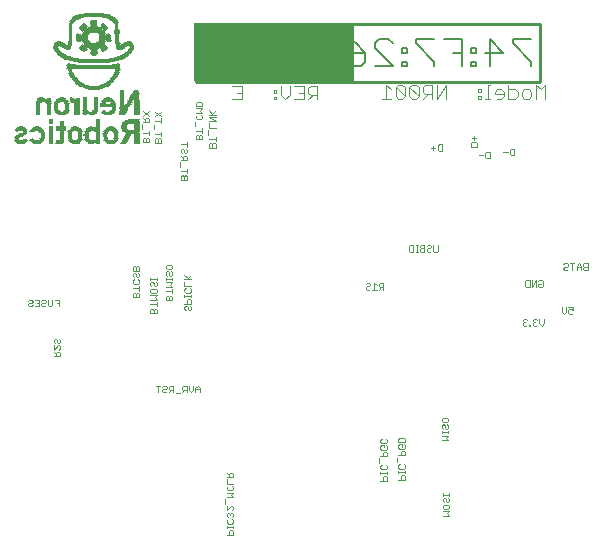
<source format=gbo>
G75*
G70*
%OFA0B0*%
%FSLAX24Y24*%
%IPPOS*%
%LPD*%
%AMOC8*
5,1,8,0,0,1.08239X$1,22.5*
%
%ADD10R,0.0180X0.0030*%
%ADD11R,0.0270X0.0030*%
%ADD12R,0.0210X0.0030*%
%ADD13R,0.0150X0.0030*%
%ADD14R,0.0240X0.0030*%
%ADD15R,0.0120X0.0030*%
%ADD16R,0.0360X0.0030*%
%ADD17R,0.0450X0.0030*%
%ADD18R,0.0330X0.0030*%
%ADD19R,0.0420X0.0030*%
%ADD20R,0.0480X0.0030*%
%ADD21R,0.0390X0.0030*%
%ADD22R,0.0090X0.0030*%
%ADD23R,0.0030X0.0030*%
%ADD24R,0.0300X0.0030*%
%ADD25R,0.0510X0.0030*%
%ADD26R,0.0540X0.0030*%
%ADD27R,0.0570X0.0030*%
%ADD28R,0.0060X0.0030*%
%ADD29C,0.0040*%
%ADD30C,0.0100*%
%ADD31C,0.0080*%
%ADD32R,0.5340X0.1950*%
%ADD33C,0.0020*%
%ADD34R,0.0600X0.0030*%
%ADD35R,0.0750X0.0030*%
%ADD36R,0.1230X0.0030*%
%ADD37R,0.1740X0.0030*%
%ADD38R,0.1050X0.0030*%
%ADD39R,0.1410X0.0030*%
%ADD40R,0.1650X0.0030*%
%ADD41R,0.1080X0.0030*%
%ADD42R,0.0930X0.0030*%
%ADD43R,0.0660X0.0030*%
D10*
X003476Y025411D03*
X003716Y025411D03*
X003716Y025711D03*
X004016Y025711D03*
X004046Y025651D03*
X004046Y025471D03*
X004016Y025411D03*
X004556Y026371D03*
X004526Y026401D03*
X004526Y026671D03*
X004256Y026641D03*
X003926Y026671D03*
X004856Y026641D03*
X004856Y026401D03*
X004826Y026371D03*
X005216Y026371D03*
X005216Y026401D03*
X005216Y026431D03*
X005216Y026461D03*
X005216Y026491D03*
X005216Y026521D03*
X005216Y026551D03*
X005216Y026581D03*
X005216Y026611D03*
X005216Y026341D03*
X005216Y026311D03*
X005216Y026281D03*
X005216Y026251D03*
X005486Y026401D03*
X005816Y026401D03*
X005816Y026371D03*
X006086Y026641D03*
X006416Y026641D03*
X006416Y026401D03*
X006386Y026371D03*
X006716Y026281D03*
X006716Y026251D03*
X006776Y025891D03*
X006776Y025861D03*
X006776Y025831D03*
X006776Y025801D03*
X006896Y025561D03*
X006866Y025531D03*
X006866Y025501D03*
X006836Y025471D03*
X006836Y025441D03*
X006806Y025411D03*
X006806Y025381D03*
X006776Y025321D03*
X006746Y025291D03*
X006476Y025411D03*
X006506Y025471D03*
X006506Y025651D03*
X006476Y025711D03*
X006176Y025711D03*
X006146Y025621D03*
X006176Y025411D03*
X005876Y025411D03*
X005876Y025711D03*
X005546Y025681D03*
X005516Y025591D03*
X005516Y025561D03*
X005546Y025441D03*
X005576Y025411D03*
X005306Y025441D03*
X005276Y025411D03*
X005006Y025411D03*
X004976Y025681D03*
X005306Y025711D03*
X005336Y027241D03*
X005366Y027271D03*
X005336Y027301D03*
X005306Y027301D03*
X005306Y027271D03*
X005276Y027271D03*
X005246Y027301D03*
X005276Y027331D03*
X004736Y028201D03*
X004766Y028231D03*
X004736Y028261D03*
X004706Y028261D03*
X004706Y028231D03*
X004676Y028231D03*
X004646Y028261D03*
X004676Y028291D03*
X005366Y028501D03*
X005396Y028531D03*
X005426Y028501D03*
X005426Y028471D03*
X005396Y028471D03*
X005396Y028441D03*
X005426Y028411D03*
X005456Y028441D03*
X005516Y028651D03*
X005546Y028681D03*
X005516Y028711D03*
X005516Y028741D03*
X005486Y028771D03*
X005456Y028741D03*
X005486Y028711D03*
X005486Y028681D03*
X005486Y028891D03*
X005516Y028921D03*
X005516Y028921D03*
X005546Y028951D03*
X005516Y028981D03*
X005486Y028951D03*
X005486Y028951D03*
X005456Y028921D03*
X005396Y029101D03*
X005426Y029131D03*
X005426Y029161D03*
X005396Y029161D03*
X005396Y029191D03*
X005426Y029221D03*
X005456Y029191D03*
X005366Y029131D03*
X005156Y029431D03*
X005186Y029461D03*
X005156Y029491D03*
X005126Y029461D03*
X005726Y029371D03*
X005756Y029371D03*
X005756Y029401D03*
X005786Y029371D03*
X005786Y029341D03*
X005756Y029341D03*
X005756Y029341D03*
X005726Y029341D03*
X005726Y029311D03*
X005756Y029311D03*
X005756Y029311D03*
X005786Y029311D03*
X005786Y029281D03*
X005756Y029281D03*
X005756Y029281D03*
X005726Y029281D03*
X005726Y029251D03*
X005756Y029251D03*
X005786Y029251D03*
X005756Y029221D03*
X005996Y029011D03*
X006026Y028981D03*
X006026Y028981D03*
X006056Y028951D03*
X006026Y028921D03*
X005996Y028951D03*
X005996Y028951D03*
X005966Y028981D03*
X006056Y028861D03*
X006056Y028831D03*
X006086Y028831D03*
X006086Y028801D03*
X006056Y028801D03*
X006026Y028801D03*
X006026Y028831D03*
X006056Y028771D03*
X006026Y028741D03*
X006026Y028711D03*
X006056Y028711D03*
X006056Y028681D03*
X006026Y028681D03*
X005996Y028681D03*
X005996Y028681D03*
X005996Y028711D03*
X006026Y028651D03*
X006026Y028651D03*
X005996Y028621D03*
X005966Y028651D03*
X006116Y028531D03*
X006146Y028501D03*
X006116Y028471D03*
X006086Y028501D03*
X005816Y028351D03*
X005786Y028381D03*
X005756Y028351D03*
X005786Y028321D03*
X006206Y027301D03*
X006236Y027271D03*
X006206Y027241D03*
X006176Y027271D03*
X006746Y028171D03*
X006776Y028201D03*
X006776Y028231D03*
X006746Y028231D03*
X006716Y028201D03*
X006806Y028201D03*
X006836Y028231D03*
X006806Y028261D03*
X006626Y028441D03*
X006656Y028471D03*
X006626Y028501D03*
X006596Y028471D03*
X006746Y028561D03*
X006776Y028591D03*
X006806Y028561D03*
X006776Y028531D03*
X006416Y029401D03*
X006446Y029431D03*
X006416Y029461D03*
X006386Y029431D03*
X006986Y026731D03*
X006956Y026671D03*
X006926Y026611D03*
X006896Y026581D03*
X007196Y026581D03*
X007196Y026611D03*
X007196Y026641D03*
X007196Y026671D03*
X007196Y026701D03*
X007196Y026731D03*
X007196Y026551D03*
X007196Y026521D03*
X007196Y026491D03*
X007196Y026461D03*
X007196Y026431D03*
X007196Y026401D03*
X007196Y026371D03*
X007196Y026341D03*
X007196Y026311D03*
X007196Y026281D03*
X007196Y026251D03*
X007196Y025921D03*
X007196Y025891D03*
X007196Y025861D03*
X007196Y025831D03*
X007196Y025801D03*
X007196Y025771D03*
X007196Y025591D03*
X007196Y025561D03*
X007196Y025531D03*
X007196Y025501D03*
X007196Y025471D03*
X007196Y025441D03*
X007196Y025411D03*
X007196Y025381D03*
X007196Y025351D03*
X007196Y025321D03*
X007196Y025291D03*
D11*
X006761Y026401D03*
X006761Y026431D03*
X006251Y026251D03*
X006341Y025831D03*
X006251Y026791D03*
X006071Y027181D03*
X006101Y027211D03*
X006071Y027241D03*
X006041Y027211D03*
X006491Y027871D03*
X006521Y027901D03*
X006491Y027931D03*
X006461Y027901D03*
X006671Y028501D03*
X006701Y028531D03*
X006671Y028561D03*
X006641Y028531D03*
X006881Y028621D03*
X006911Y028651D03*
X006941Y028621D03*
X006911Y028591D03*
X007151Y026941D03*
X007151Y026911D03*
X005771Y029131D03*
X005801Y029161D03*
X005771Y029191D03*
X005741Y029161D03*
X004691Y026791D03*
X004691Y026251D03*
X005141Y025831D03*
X004631Y025381D03*
X004631Y025351D03*
X004631Y025321D03*
X003881Y025291D03*
X003881Y025831D03*
X003341Y025831D03*
X003371Y025591D03*
X003311Y025561D03*
X003341Y025291D03*
D12*
X003221Y025501D03*
X004241Y026671D03*
X005201Y026641D03*
X005501Y026371D03*
X005711Y026251D03*
X005561Y025711D03*
X005681Y025291D03*
X006791Y025351D03*
X006911Y025591D03*
X006791Y025771D03*
X006791Y025921D03*
X006731Y026311D03*
X007181Y027001D03*
X007181Y027031D03*
X006101Y028441D03*
X006131Y028471D03*
X006101Y028501D03*
X006071Y028471D03*
X005801Y028321D03*
X005771Y028321D03*
X005771Y028351D03*
X005741Y028321D03*
X005741Y028291D03*
X005771Y028291D03*
X005801Y028291D03*
X005771Y028261D03*
X005561Y028591D03*
X005591Y028621D03*
X005561Y028651D03*
X005561Y028651D03*
X005531Y028681D03*
X005501Y028651D03*
X005531Y028621D03*
X005531Y028621D03*
X005411Y028501D03*
X005441Y028471D03*
X005411Y028441D03*
X005381Y028471D03*
X005531Y028951D03*
X005561Y028981D03*
X005561Y028981D03*
X005591Y029011D03*
X005561Y029041D03*
X005531Y029011D03*
X005531Y029011D03*
X005501Y028981D03*
X005411Y029131D03*
X005441Y029161D03*
X005411Y029191D03*
X005381Y029161D03*
X006071Y029161D03*
X006101Y029191D03*
X006131Y029161D03*
X006101Y029131D03*
X006311Y029461D03*
X006341Y029461D03*
X006341Y029491D03*
X006371Y029491D03*
X006401Y029461D03*
X006371Y029431D03*
X006311Y029521D03*
X006281Y029491D03*
X004901Y028501D03*
X004871Y028531D03*
X004841Y028501D03*
X004871Y028471D03*
X004781Y028561D03*
X004751Y028591D03*
X004721Y028561D03*
X004751Y028531D03*
X004781Y028231D03*
X004811Y028201D03*
X004781Y028171D03*
X004751Y028201D03*
X005381Y027271D03*
X005411Y027241D03*
X005381Y027211D03*
X005351Y027241D03*
D13*
X005261Y027331D03*
X005231Y027361D03*
X005231Y027361D03*
X005201Y027391D03*
X005201Y027391D03*
X005171Y027421D03*
X005171Y027421D03*
X005141Y027451D03*
X005111Y027421D03*
X005141Y027391D03*
X005141Y027391D03*
X005171Y027361D03*
X005171Y027361D03*
X005201Y027331D03*
X005201Y027331D03*
X005231Y027301D03*
X005231Y026791D03*
X005471Y026791D03*
X005471Y026821D03*
X005471Y026761D03*
X005471Y026731D03*
X005471Y026701D03*
X005471Y026671D03*
X005471Y026641D03*
X005471Y026611D03*
X005471Y026581D03*
X005471Y026551D03*
X005471Y026521D03*
X005471Y026491D03*
X005471Y026461D03*
X005471Y026431D03*
X005471Y026251D03*
X005831Y026431D03*
X005831Y026461D03*
X005831Y026491D03*
X005831Y026521D03*
X005831Y026551D03*
X005831Y026581D03*
X005831Y026611D03*
X005831Y026641D03*
X005831Y026671D03*
X005831Y026701D03*
X005831Y026731D03*
X005831Y026761D03*
X005831Y026791D03*
X005831Y026821D03*
X006101Y026671D03*
X006251Y026821D03*
X006401Y026671D03*
X006431Y026491D03*
X006431Y026461D03*
X006431Y026431D03*
X006701Y026581D03*
X006701Y026611D03*
X006701Y026641D03*
X006701Y026671D03*
X006701Y026701D03*
X006701Y026731D03*
X006701Y026761D03*
X006701Y026791D03*
X006701Y026821D03*
X006701Y026851D03*
X006701Y026881D03*
X006701Y026911D03*
X006701Y026941D03*
X006701Y026971D03*
X006701Y027001D03*
X006701Y027031D03*
X006701Y027061D03*
X006971Y026701D03*
X006941Y026641D03*
X007181Y027061D03*
X006851Y028231D03*
X006881Y028261D03*
X006881Y028261D03*
X006911Y028291D03*
X006881Y028321D03*
X006851Y028291D03*
X006851Y028291D03*
X006821Y028261D03*
X006131Y028441D03*
X006101Y028471D03*
X006071Y028441D03*
X006101Y028411D03*
X006041Y028711D03*
X006041Y028741D03*
X006041Y028771D03*
X006041Y028801D03*
X006041Y028831D03*
X006041Y028861D03*
X006041Y028891D03*
X006041Y028891D03*
X006041Y028921D03*
X006041Y028951D03*
X006071Y028921D03*
X006071Y028891D03*
X006071Y028861D03*
X006011Y028861D03*
X006011Y028891D03*
X006011Y028921D03*
X006011Y028771D03*
X006011Y028741D03*
X006071Y028741D03*
X006071Y028771D03*
X006221Y028771D03*
X006221Y028801D03*
X006221Y028831D03*
X006221Y028861D03*
X006221Y028891D03*
X006251Y028891D03*
X006251Y028921D03*
X006281Y028891D03*
X006281Y028861D03*
X006251Y028861D03*
X006251Y028861D03*
X006251Y028831D03*
X006251Y028831D03*
X006281Y028831D03*
X006281Y028801D03*
X006251Y028801D03*
X006251Y028801D03*
X006251Y028771D03*
X006281Y028771D03*
X006251Y028741D03*
X006131Y029101D03*
X006161Y029131D03*
X006131Y029161D03*
X006131Y029191D03*
X006101Y029221D03*
X006071Y029191D03*
X006101Y029161D03*
X006101Y029131D03*
X006431Y029401D03*
X006461Y029431D03*
X006491Y029401D03*
X006461Y029371D03*
X005771Y028411D03*
X005801Y028381D03*
X005771Y028351D03*
X005741Y028381D03*
X005771Y028291D03*
X005801Y028261D03*
X005771Y028231D03*
X005741Y028261D03*
X005501Y028681D03*
X005531Y028711D03*
X005501Y028741D03*
X005501Y028771D03*
X005501Y028801D03*
X005501Y028831D03*
X005501Y028861D03*
X005501Y028891D03*
X005471Y028891D03*
X005471Y028921D03*
X005441Y028891D03*
X005441Y028861D03*
X005471Y028861D03*
X005471Y028861D03*
X005471Y028831D03*
X005471Y028831D03*
X005441Y028831D03*
X005441Y028801D03*
X005471Y028801D03*
X005471Y028801D03*
X005471Y028771D03*
X005441Y028771D03*
X005471Y028741D03*
X005471Y028711D03*
X005291Y028831D03*
X005261Y028861D03*
X005231Y028831D03*
X005261Y028801D03*
X004931Y028471D03*
X004901Y028501D03*
X004871Y028471D03*
X004901Y028441D03*
X004661Y028291D03*
X004631Y028321D03*
X004631Y028321D03*
X004601Y028351D03*
X004601Y028351D03*
X004571Y028381D03*
X004541Y028351D03*
X004571Y028321D03*
X004571Y028321D03*
X004601Y028291D03*
X004601Y028291D03*
X004631Y028261D03*
X004601Y028621D03*
X004631Y028651D03*
X004601Y028681D03*
X004571Y028651D03*
X005111Y029401D03*
X005141Y029431D03*
X005111Y029461D03*
X005081Y029431D03*
X006281Y027361D03*
X006311Y027331D03*
X006281Y027301D03*
X006281Y027301D03*
X006251Y027331D03*
X006251Y027331D03*
X006221Y027301D03*
X006251Y027271D03*
X006101Y026371D03*
X005891Y026071D03*
X005891Y026041D03*
X005891Y026011D03*
X005891Y025981D03*
X005891Y025951D03*
X005891Y025921D03*
X005891Y025891D03*
X005891Y025861D03*
X005891Y025681D03*
X005891Y025651D03*
X005891Y025621D03*
X005891Y025591D03*
X005891Y025561D03*
X005891Y025531D03*
X005891Y025501D03*
X005891Y025471D03*
X005891Y025441D03*
X006131Y025531D03*
X006131Y025561D03*
X006131Y025591D03*
X006161Y025651D03*
X006161Y025681D03*
X006161Y025501D03*
X006161Y025471D03*
X006161Y025441D03*
X006491Y025441D03*
X006521Y025501D03*
X006521Y025531D03*
X006521Y025561D03*
X006521Y025591D03*
X006521Y025621D03*
X006491Y025681D03*
X005531Y025651D03*
X005531Y025621D03*
X005531Y025531D03*
X005531Y025501D03*
X005531Y025471D03*
X005321Y025471D03*
X005321Y025501D03*
X005321Y025531D03*
X005321Y025561D03*
X005321Y025591D03*
X005321Y025621D03*
X005321Y025651D03*
X005321Y025681D03*
X005141Y025861D03*
X004991Y025711D03*
X004961Y025651D03*
X004961Y025621D03*
X004961Y025591D03*
X004961Y025561D03*
X004961Y025531D03*
X004961Y025501D03*
X004961Y025471D03*
X004991Y025441D03*
X004691Y025441D03*
X004691Y025471D03*
X004691Y025501D03*
X004691Y025531D03*
X004691Y025561D03*
X004691Y025591D03*
X004691Y025621D03*
X004691Y025651D03*
X004691Y025681D03*
X004691Y025711D03*
X004691Y025891D03*
X004691Y025921D03*
X004691Y025951D03*
X004691Y025981D03*
X004691Y026011D03*
X004691Y026041D03*
X004331Y026041D03*
X004331Y026071D03*
X004331Y026101D03*
X004331Y026011D03*
X004331Y025981D03*
X004331Y025951D03*
X004331Y025861D03*
X004331Y025831D03*
X004331Y025801D03*
X004331Y025771D03*
X004331Y025741D03*
X004331Y025711D03*
X004331Y025681D03*
X004331Y025651D03*
X004331Y025621D03*
X004331Y025591D03*
X004331Y025561D03*
X004331Y025531D03*
X004331Y025501D03*
X004331Y025471D03*
X004331Y025441D03*
X004331Y025411D03*
X004331Y025381D03*
X004331Y025351D03*
X004331Y025321D03*
X004331Y025291D03*
X004061Y025501D03*
X004061Y025531D03*
X004061Y025561D03*
X004061Y025591D03*
X004061Y025621D03*
X004031Y025681D03*
X004031Y025441D03*
X003461Y025651D03*
X003461Y025711D03*
X003341Y025861D03*
X003191Y025471D03*
X003191Y025441D03*
X003191Y025411D03*
X003911Y026251D03*
X003911Y026281D03*
X003911Y026311D03*
X003911Y026341D03*
X003911Y026371D03*
X003911Y026401D03*
X003911Y026431D03*
X003911Y026461D03*
X003911Y026491D03*
X003911Y026521D03*
X003911Y026551D03*
X003911Y026581D03*
X003911Y026611D03*
X003911Y026641D03*
X004271Y026611D03*
X004271Y026581D03*
X004271Y026551D03*
X004271Y026521D03*
X004271Y026491D03*
X004271Y026461D03*
X004271Y026431D03*
X004271Y026401D03*
X004271Y026371D03*
X004271Y026341D03*
X004271Y026311D03*
X004271Y026281D03*
X004271Y026251D03*
X004511Y026431D03*
X004511Y026461D03*
X004511Y026491D03*
X004511Y026521D03*
X004511Y026551D03*
X004511Y026581D03*
X004511Y026611D03*
X004511Y026641D03*
X004691Y026821D03*
X004841Y026671D03*
X004871Y026611D03*
X004871Y026581D03*
X004871Y026551D03*
X004871Y026521D03*
X004871Y026491D03*
X004871Y026461D03*
X004871Y026431D03*
X004271Y026791D03*
X004691Y025411D03*
D14*
X004616Y025291D03*
X005156Y025291D03*
X006326Y025291D03*
X006746Y026341D03*
X006746Y026371D03*
X007166Y026971D03*
X006686Y028141D03*
X006716Y028171D03*
X006686Y028201D03*
X006656Y028171D03*
X006656Y028471D03*
X006686Y028501D03*
X006656Y028531D03*
X006626Y028501D03*
X005996Y028621D03*
X005966Y028651D03*
X005936Y028621D03*
X005966Y028591D03*
X005786Y028471D03*
X005756Y028501D03*
X005726Y028471D03*
X005756Y028441D03*
X005966Y028981D03*
X005996Y029011D03*
X005966Y029041D03*
X005936Y029011D03*
X005246Y029491D03*
X005216Y029521D03*
X005186Y029491D03*
X005216Y029461D03*
X004616Y028651D03*
X004646Y028621D03*
X004616Y028591D03*
X004586Y028621D03*
X004856Y028201D03*
X004886Y028171D03*
X004856Y028141D03*
X004826Y028171D03*
X005456Y027241D03*
X005486Y027211D03*
X005456Y027181D03*
X005426Y027211D03*
X006116Y027241D03*
X006146Y027271D03*
X006176Y027241D03*
X006146Y027211D03*
X004016Y026791D03*
X003416Y025621D03*
X003266Y025531D03*
D15*
X003476Y025441D03*
X003476Y025681D03*
X003716Y025681D03*
X003866Y025861D03*
X003716Y025441D03*
X004016Y026821D03*
X005036Y026791D03*
X005126Y027421D03*
X005156Y027451D03*
X005126Y027481D03*
X005126Y027481D03*
X005096Y027511D03*
X005096Y027511D03*
X005066Y027541D03*
X005066Y027571D03*
X005036Y027601D03*
X005036Y027631D03*
X005006Y027661D03*
X004976Y027631D03*
X005006Y027601D03*
X005006Y027571D03*
X005036Y027541D03*
X005036Y027511D03*
X005066Y027481D03*
X005066Y027481D03*
X005096Y027451D03*
X005096Y027451D03*
X004946Y027781D03*
X004976Y027811D03*
X004946Y027841D03*
X004916Y027811D03*
X004556Y028351D03*
X004586Y028381D03*
X004556Y028411D03*
X004556Y028411D03*
X004526Y028441D03*
X004526Y028471D03*
X004496Y028501D03*
X004496Y028501D03*
X004526Y028531D03*
X004496Y028561D03*
X004466Y028531D03*
X004466Y028471D03*
X004496Y028441D03*
X004496Y028411D03*
X004526Y028381D03*
X004526Y028381D03*
X005036Y029341D03*
X005066Y029371D03*
X005066Y029371D03*
X005096Y029401D03*
X005066Y029431D03*
X005036Y029401D03*
X005036Y029401D03*
X005006Y029371D03*
X005396Y029221D03*
X005426Y029251D03*
X005456Y029221D03*
X005426Y029191D03*
X005396Y029131D03*
X005426Y029101D03*
X005396Y029071D03*
X005366Y029101D03*
X005276Y028921D03*
X005276Y028891D03*
X005306Y028891D03*
X005306Y028861D03*
X005276Y028861D03*
X005246Y028861D03*
X005246Y028891D03*
X005276Y028831D03*
X005276Y028831D03*
X005276Y028801D03*
X005306Y028801D03*
X005306Y028771D03*
X005276Y028771D03*
X005276Y028771D03*
X005246Y028771D03*
X005246Y028801D03*
X005246Y028741D03*
X005276Y028741D03*
X005306Y028741D03*
X005276Y028711D03*
X005396Y028561D03*
X005426Y028531D03*
X005396Y028501D03*
X005366Y028531D03*
X005426Y028441D03*
X005456Y028411D03*
X005426Y028381D03*
X005396Y028411D03*
X006056Y028411D03*
X006086Y028441D03*
X006116Y028411D03*
X006086Y028381D03*
X006116Y028501D03*
X006146Y028531D03*
X006116Y028561D03*
X006086Y028531D03*
X006266Y028711D03*
X006296Y028741D03*
X006266Y028771D03*
X006236Y028741D03*
X006536Y028621D03*
X006566Y028651D03*
X006596Y028621D03*
X006566Y028591D03*
X006536Y028921D03*
X006536Y028951D03*
X006536Y028981D03*
X006536Y028981D03*
X006536Y029011D03*
X006536Y029011D03*
X006536Y029041D03*
X006536Y029041D03*
X006536Y029071D03*
X006536Y029101D03*
X006566Y029071D03*
X006566Y029041D03*
X006566Y029011D03*
X006566Y028981D03*
X006566Y028951D03*
X006506Y028951D03*
X006506Y028981D03*
X006506Y029011D03*
X006506Y029041D03*
X006506Y029071D03*
X006506Y029311D03*
X006536Y029341D03*
X006506Y029371D03*
X006506Y029371D03*
X006476Y029401D03*
X006446Y029371D03*
X006476Y029341D03*
X006476Y029341D03*
X006116Y029221D03*
X006086Y029251D03*
X006056Y029221D03*
X006086Y029191D03*
X006896Y028651D03*
X006926Y028681D03*
X006956Y028651D03*
X006926Y028621D03*
X006986Y028561D03*
X007016Y028591D03*
X007046Y028561D03*
X007016Y028531D03*
X007016Y028471D03*
X007046Y028441D03*
X007016Y028411D03*
X006986Y028411D03*
X006986Y028441D03*
X007016Y028381D03*
X006986Y028351D03*
X006986Y028351D03*
X006956Y028381D03*
X006956Y028381D03*
X006926Y028351D03*
X006926Y028351D03*
X006956Y028321D03*
X006956Y028321D03*
X006926Y028291D03*
X006896Y028321D03*
X006566Y027781D03*
X006596Y027751D03*
X006566Y027721D03*
X006536Y027751D03*
X006536Y027691D03*
X006566Y027661D03*
X006536Y027631D03*
X006506Y027631D03*
X006506Y027661D03*
X006536Y027601D03*
X006506Y027571D03*
X006476Y027571D03*
X006476Y027601D03*
X006506Y027541D03*
X006476Y027511D03*
X006446Y027511D03*
X006446Y027541D03*
X006476Y027481D03*
X006446Y027451D03*
X006446Y027451D03*
X006416Y027481D03*
X006416Y027481D03*
X006386Y027451D03*
X006386Y027451D03*
X006416Y027421D03*
X006416Y027421D03*
X006386Y027391D03*
X006386Y027391D03*
X006356Y027421D03*
X006356Y027421D03*
X006326Y027391D03*
X006326Y027391D03*
X006356Y027361D03*
X006356Y027361D03*
X006326Y027331D03*
X006296Y027361D03*
X005906Y026101D03*
X006326Y025861D03*
X005906Y025291D03*
D16*
X006326Y025801D03*
X006236Y026281D03*
X006806Y026551D03*
X007106Y026761D03*
X005756Y028471D03*
X005786Y028501D03*
X005756Y028531D03*
X005726Y028501D03*
X004676Y026761D03*
X004676Y025861D03*
X004676Y025831D03*
X004676Y025801D03*
X004676Y025771D03*
X004676Y025741D03*
X005156Y025801D03*
X003866Y025801D03*
D17*
X003881Y025741D03*
X003341Y025381D03*
X004691Y026341D03*
X004691Y026701D03*
X005141Y025741D03*
X005141Y025381D03*
X005741Y025351D03*
X005741Y025771D03*
X005741Y025801D03*
X005621Y026281D03*
X006251Y026701D03*
X006341Y025741D03*
X007061Y025621D03*
X005771Y028501D03*
X005801Y028531D03*
X005771Y028561D03*
X005741Y028531D03*
D18*
X004661Y028591D03*
X004631Y028621D03*
X004601Y028591D03*
X004631Y028561D03*
X005141Y026761D03*
X005141Y026731D03*
X005141Y026701D03*
X004691Y026281D03*
X005141Y025321D03*
X006341Y025321D03*
X006791Y026521D03*
X007121Y026791D03*
X007121Y026821D03*
X006251Y026761D03*
X003881Y025321D03*
X003341Y025321D03*
X003341Y025801D03*
D19*
X003866Y025771D03*
X003866Y025381D03*
X005156Y025771D03*
X005756Y025321D03*
X006326Y025381D03*
X006326Y025771D03*
X006236Y026311D03*
X005756Y027091D03*
X005786Y027121D03*
X005756Y027151D03*
X005726Y027121D03*
X005066Y028081D03*
X005096Y028111D03*
X005066Y028141D03*
X005036Y028111D03*
X006446Y028111D03*
X006476Y028141D03*
X006506Y028111D03*
X006476Y028081D03*
D20*
X005756Y029071D03*
X005786Y029101D03*
X005756Y029131D03*
X005726Y029101D03*
X004106Y026761D03*
X004106Y026731D03*
X005636Y026341D03*
X005636Y026311D03*
X005726Y025741D03*
X005726Y025381D03*
X006236Y026341D03*
X007046Y026071D03*
X007046Y025651D03*
D21*
X007091Y026101D03*
X006251Y026731D03*
X005771Y025831D03*
X006341Y025351D03*
X005141Y025351D03*
X004691Y026311D03*
X004691Y026731D03*
X003881Y025351D03*
X003341Y025351D03*
X003341Y025741D03*
X003341Y025771D03*
X005771Y029101D03*
X005801Y029131D03*
X005771Y029161D03*
X005741Y029131D03*
D22*
X006101Y029101D03*
X006131Y029131D03*
X006161Y029101D03*
X006131Y029071D03*
X006491Y029101D03*
X006491Y029131D03*
X006491Y029161D03*
X006491Y029191D03*
X006491Y029221D03*
X006491Y029251D03*
X006491Y029281D03*
X006491Y029311D03*
X006521Y029311D03*
X006521Y029341D03*
X006551Y029311D03*
X006551Y029281D03*
X006521Y029281D03*
X006521Y029281D03*
X006521Y029251D03*
X006521Y029251D03*
X006551Y029251D03*
X006551Y029221D03*
X006521Y029221D03*
X006521Y029221D03*
X006521Y029191D03*
X006521Y029191D03*
X006551Y029191D03*
X006551Y029161D03*
X006521Y029161D03*
X006521Y029161D03*
X006521Y029131D03*
X006521Y029131D03*
X006551Y029131D03*
X006551Y029101D03*
X006521Y029101D03*
X006521Y029071D03*
X006551Y028951D03*
X006551Y028921D03*
X006581Y028921D03*
X006581Y028891D03*
X006551Y028891D03*
X006551Y028891D03*
X006521Y028891D03*
X006521Y028921D03*
X006521Y028861D03*
X006551Y028861D03*
X006551Y028861D03*
X006581Y028861D03*
X006581Y028831D03*
X006551Y028831D03*
X006551Y028831D03*
X006521Y028831D03*
X006521Y028801D03*
X006551Y028801D03*
X006551Y028801D03*
X006581Y028801D03*
X006581Y028771D03*
X006551Y028771D03*
X006551Y028771D03*
X006521Y028771D03*
X006521Y028741D03*
X006551Y028741D03*
X006551Y028741D03*
X006581Y028741D03*
X006581Y028711D03*
X006551Y028711D03*
X006551Y028711D03*
X006521Y028711D03*
X006521Y028681D03*
X006551Y028681D03*
X006551Y028681D03*
X006581Y028681D03*
X006581Y028651D03*
X006551Y028651D03*
X006521Y028651D03*
X006551Y028621D03*
X006581Y028621D03*
X006581Y028591D03*
X006611Y028591D03*
X006611Y028561D03*
X006581Y028561D03*
X006551Y028561D03*
X006551Y028591D03*
X006581Y028531D03*
X006581Y027961D03*
X006611Y027931D03*
X006581Y027901D03*
X006551Y027931D03*
X006581Y027841D03*
X006581Y027811D03*
X006611Y027811D03*
X006611Y027781D03*
X006581Y027781D03*
X006551Y027781D03*
X006551Y027811D03*
X006551Y027751D03*
X006581Y027751D03*
X006581Y027721D03*
X006551Y027721D03*
X006521Y027721D03*
X006521Y027691D03*
X006551Y027691D03*
X006581Y027691D03*
X006551Y027661D03*
X006521Y027661D03*
X006551Y027631D03*
X006521Y027601D03*
X006491Y027601D03*
X006491Y027631D03*
X006521Y027571D03*
X006491Y027541D03*
X006461Y027541D03*
X006461Y027571D03*
X006491Y027511D03*
X006461Y027481D03*
X006431Y027511D03*
X007001Y028381D03*
X007031Y028411D03*
X007031Y028441D03*
X007031Y028471D03*
X007031Y028501D03*
X007031Y028501D03*
X007031Y028531D03*
X007031Y028561D03*
X007061Y028531D03*
X007061Y028501D03*
X007061Y028471D03*
X007001Y028471D03*
X007001Y028501D03*
X007001Y028531D03*
X007001Y028441D03*
X006971Y028411D03*
X006101Y026401D03*
X005681Y025861D03*
X005051Y027511D03*
X005081Y027541D03*
X005051Y027571D03*
X005051Y027601D03*
X005021Y027631D03*
X005021Y027661D03*
X005021Y027691D03*
X004991Y027691D03*
X004991Y027721D03*
X004991Y027721D03*
X004991Y027751D03*
X004991Y027781D03*
X004961Y027781D03*
X004961Y027811D03*
X004931Y027781D03*
X004931Y027751D03*
X004961Y027751D03*
X004961Y027751D03*
X004961Y027721D03*
X004931Y027721D03*
X004961Y027691D03*
X004961Y027691D03*
X004961Y027661D03*
X004991Y027661D03*
X004991Y027631D03*
X004991Y027601D03*
X005021Y027571D03*
X005021Y027541D03*
X004931Y027901D03*
X004961Y027931D03*
X004931Y027961D03*
X004901Y027931D03*
X004961Y028531D03*
X004961Y028561D03*
X004961Y028591D03*
X004961Y028591D03*
X004961Y028621D03*
X004961Y028621D03*
X004961Y028651D03*
X004961Y028651D03*
X004961Y028681D03*
X004961Y028681D03*
X004961Y028711D03*
X004961Y028741D03*
X004961Y028741D03*
X004961Y028771D03*
X004961Y028801D03*
X004961Y028831D03*
X004961Y028861D03*
X004961Y028891D03*
X004961Y028921D03*
X004961Y028951D03*
X004961Y028981D03*
X004961Y029011D03*
X004961Y029041D03*
X004961Y029071D03*
X004961Y029101D03*
X004961Y029131D03*
X004961Y029161D03*
X004961Y029191D03*
X004961Y029221D03*
X004961Y029251D03*
X004961Y029281D03*
X004991Y029281D03*
X004991Y029311D03*
X004991Y029311D03*
X004991Y029341D03*
X005021Y029341D03*
X005021Y029371D03*
X005051Y029341D03*
X005051Y029311D03*
X005021Y029311D03*
X005021Y029281D03*
X005021Y029281D03*
X005021Y029251D03*
X004991Y029251D03*
X004991Y029251D03*
X004991Y029221D03*
X004991Y029221D03*
X005021Y029221D03*
X005021Y029191D03*
X004991Y029191D03*
X004991Y029191D03*
X004991Y029161D03*
X004991Y029161D03*
X005021Y029161D03*
X005021Y029131D03*
X004991Y029131D03*
X004991Y029131D03*
X004991Y029101D03*
X004991Y029101D03*
X005021Y029101D03*
X005021Y029071D03*
X004991Y029071D03*
X004991Y029071D03*
X004991Y029041D03*
X004991Y029041D03*
X005021Y029041D03*
X005021Y029011D03*
X004991Y029011D03*
X004991Y029011D03*
X004991Y028981D03*
X004991Y028981D03*
X005021Y028981D03*
X005021Y028951D03*
X004991Y028951D03*
X004991Y028951D03*
X004991Y028921D03*
X004991Y028921D03*
X005021Y028921D03*
X005021Y028891D03*
X004991Y028891D03*
X004991Y028891D03*
X004991Y028861D03*
X004991Y028861D03*
X005021Y028861D03*
X005021Y028831D03*
X004991Y028831D03*
X004991Y028831D03*
X004991Y028801D03*
X004991Y028801D03*
X005021Y028801D03*
X005021Y028771D03*
X004991Y028771D03*
X004991Y028771D03*
X004991Y028741D03*
X005021Y028741D03*
X004991Y028711D03*
X004991Y028711D03*
X004991Y028681D03*
X004991Y028651D03*
X004991Y028621D03*
X004991Y028591D03*
X004991Y028561D03*
X004931Y028561D03*
X004931Y028591D03*
X004931Y028621D03*
X004931Y028651D03*
X004931Y028681D03*
X004931Y028711D03*
X004541Y028561D03*
X004511Y028591D03*
X004481Y028561D03*
X004481Y028531D03*
X004511Y028531D03*
X004511Y028501D03*
X004511Y028471D03*
X004481Y028471D03*
X004481Y028441D03*
X004511Y028411D03*
X004541Y028441D03*
X004451Y028501D03*
X003221Y025711D03*
D23*
X003221Y025681D03*
X003731Y025471D03*
X005411Y028531D03*
X005441Y028561D03*
X005411Y028591D03*
X005381Y028561D03*
X005231Y028891D03*
X005261Y028921D03*
X005231Y028951D03*
X005201Y028921D03*
X005381Y029071D03*
X005411Y029101D03*
X005441Y029071D03*
X005411Y029041D03*
X006251Y028921D03*
X006281Y028951D03*
X006311Y028921D03*
X006281Y028891D03*
D24*
X006206Y029491D03*
X006236Y029521D03*
X006206Y029551D03*
X006176Y029521D03*
X005336Y029521D03*
X005306Y029551D03*
X005276Y029521D03*
X005306Y029491D03*
X004856Y028561D03*
X004886Y028531D03*
X004856Y028501D03*
X004826Y028531D03*
X004946Y028171D03*
X004976Y028141D03*
X004946Y028111D03*
X004916Y028141D03*
X005036Y027931D03*
X005066Y027901D03*
X005036Y027871D03*
X005006Y027901D03*
X005156Y026671D03*
X006566Y028141D03*
X006596Y028171D03*
X006626Y028141D03*
X006596Y028111D03*
X006896Y028561D03*
X006926Y028591D03*
X006896Y028621D03*
X006866Y028591D03*
X007136Y026881D03*
X007136Y026851D03*
X006776Y026491D03*
X006776Y026461D03*
D25*
X007031Y026041D03*
X006251Y026521D03*
X006251Y026551D03*
X006251Y026581D03*
X006251Y026611D03*
X004091Y026701D03*
D26*
X005756Y028531D03*
X005786Y028561D03*
X005756Y028591D03*
X005726Y028561D03*
X005756Y029041D03*
X005786Y029071D03*
X005756Y029101D03*
X005726Y029071D03*
X007016Y026011D03*
X007016Y025681D03*
D27*
X007001Y025711D03*
X007001Y025741D03*
X007001Y025951D03*
X007001Y025981D03*
X005771Y028561D03*
X005801Y028591D03*
X005771Y028621D03*
X005741Y028591D03*
D28*
X006086Y028561D03*
X006116Y028591D03*
X006146Y028561D03*
X006116Y028531D03*
X006086Y028411D03*
X006116Y028381D03*
X006086Y028351D03*
X006056Y028381D03*
X005456Y028381D03*
X005426Y028411D03*
X005396Y028381D03*
X005426Y028351D03*
X005426Y029221D03*
X005456Y029251D03*
X005426Y029281D03*
X005396Y029251D03*
X006056Y029251D03*
X006086Y029281D03*
X006116Y029251D03*
X006086Y029221D03*
X006116Y029101D03*
X006146Y029071D03*
X006116Y029041D03*
X006086Y029071D03*
X005006Y026821D03*
D29*
X010382Y026781D02*
X010689Y026781D01*
X010689Y027241D01*
X010382Y027241D01*
X010536Y027011D02*
X010689Y027011D01*
X011763Y027011D02*
X011840Y027011D01*
X011840Y027087D01*
X011763Y027087D01*
X011763Y027011D01*
X011763Y026857D02*
X011763Y026781D01*
X011840Y026781D01*
X011840Y026857D01*
X011763Y026857D01*
X011993Y026934D02*
X011993Y027241D01*
X011993Y026934D02*
X012147Y026781D01*
X012300Y026934D01*
X012300Y027241D01*
X012454Y027241D02*
X012761Y027241D01*
X012761Y026781D01*
X012454Y026781D01*
X012607Y027011D02*
X012761Y027011D01*
X012914Y027011D02*
X012991Y026934D01*
X013221Y026934D01*
X013221Y026781D02*
X013221Y027241D01*
X012991Y027241D01*
X012914Y027164D01*
X012914Y027011D01*
X013068Y026934D02*
X012914Y026781D01*
X015363Y026811D02*
X015670Y026811D01*
X015517Y026811D02*
X015517Y027271D01*
X015670Y027117D01*
X015824Y027194D02*
X015901Y027271D01*
X016054Y027271D01*
X016131Y027194D01*
X016131Y026887D01*
X015824Y027194D01*
X015824Y026887D01*
X015901Y026811D01*
X016054Y026811D01*
X016131Y026887D01*
X016284Y026887D02*
X016361Y026811D01*
X016514Y026811D01*
X016591Y026887D01*
X016284Y027194D01*
X016284Y026887D01*
X016591Y026887D02*
X016591Y027194D01*
X016514Y027271D01*
X016361Y027271D01*
X016284Y027194D01*
X016745Y027194D02*
X016745Y027041D01*
X016821Y026964D01*
X017051Y026964D01*
X016898Y026964D02*
X016745Y026811D01*
X017051Y026811D02*
X017051Y027271D01*
X016821Y027271D01*
X016745Y027194D01*
X017205Y027271D02*
X017205Y026811D01*
X017512Y027271D01*
X017512Y026811D01*
X018586Y026811D02*
X018663Y026811D01*
X018663Y026887D01*
X018586Y026887D01*
X018586Y026811D01*
X018586Y027041D02*
X018663Y027041D01*
X018663Y027117D01*
X018586Y027117D01*
X018586Y027041D01*
X018816Y026811D02*
X018970Y026811D01*
X018893Y026811D02*
X018893Y027271D01*
X018970Y027271D01*
X019200Y027117D02*
X019123Y027041D01*
X019123Y026964D01*
X019430Y026964D01*
X019430Y027041D02*
X019353Y027117D01*
X019200Y027117D01*
X019430Y027041D02*
X019430Y026887D01*
X019353Y026811D01*
X019200Y026811D01*
X019583Y026811D02*
X019583Y027271D01*
X019583Y027117D02*
X019814Y027117D01*
X019890Y027041D01*
X019890Y026887D01*
X019814Y026811D01*
X019583Y026811D01*
X020044Y026887D02*
X020120Y026811D01*
X020274Y026811D01*
X020351Y026887D01*
X020351Y027041D01*
X020274Y027117D01*
X020120Y027117D01*
X020044Y027041D01*
X020044Y026887D01*
X020504Y026811D02*
X020504Y027271D01*
X020658Y027117D01*
X020811Y027271D01*
X020811Y026811D01*
D30*
X020651Y027361D02*
X020651Y029311D01*
X009161Y029311D01*
X009161Y027361D01*
X020651Y027361D01*
D31*
X020341Y027881D02*
X020341Y028034D01*
X019727Y028648D01*
X019727Y028801D01*
X020341Y028801D01*
X019420Y028341D02*
X018806Y028341D01*
X018960Y028801D02*
X019420Y028341D01*
X018960Y027881D02*
X018960Y028801D01*
X018499Y028494D02*
X018499Y028341D01*
X018346Y028341D01*
X018346Y028494D01*
X018499Y028494D01*
X018499Y028034D02*
X018499Y027881D01*
X018346Y027881D01*
X018346Y028034D01*
X018499Y028034D01*
X018039Y027881D02*
X018039Y028801D01*
X017425Y028801D01*
X017118Y028801D02*
X016505Y028801D01*
X016505Y028648D01*
X017118Y028034D01*
X017118Y027881D01*
X017732Y028341D02*
X018039Y028341D01*
X016198Y028341D02*
X016198Y028494D01*
X016044Y028494D01*
X016044Y028341D01*
X016198Y028341D01*
X016198Y028034D02*
X016198Y027881D01*
X016044Y027881D01*
X016044Y028034D01*
X016198Y028034D01*
X015737Y027881D02*
X015123Y028494D01*
X015123Y028648D01*
X015277Y028801D01*
X015584Y028801D01*
X015737Y028648D01*
X015737Y027881D02*
X015123Y027881D01*
X014816Y028034D02*
X014663Y027881D01*
X014356Y027881D01*
X014203Y028034D01*
X014203Y028187D01*
X014356Y028341D01*
X014816Y028341D01*
X014816Y028034D01*
X014816Y028341D02*
X014510Y028648D01*
X014203Y028801D01*
D32*
X011771Y028366D03*
D33*
X010411Y012274D02*
X010191Y012274D01*
X010264Y012274D02*
X010264Y012384D01*
X010301Y012421D01*
X010374Y012421D01*
X010411Y012384D01*
X010411Y012274D01*
X010411Y012495D02*
X010411Y012569D01*
X010411Y012532D02*
X010191Y012532D01*
X010191Y012495D02*
X010191Y012569D01*
X010228Y012643D02*
X010191Y012679D01*
X010191Y012753D01*
X010228Y012789D01*
X010228Y012864D02*
X010191Y012900D01*
X010191Y012974D01*
X010228Y013010D01*
X010264Y013010D01*
X010301Y012974D01*
X010301Y012937D01*
X010301Y012974D02*
X010338Y013010D01*
X010374Y013010D01*
X010411Y012974D01*
X010411Y012900D01*
X010374Y012864D01*
X010374Y012789D02*
X010411Y012753D01*
X010411Y012679D01*
X010374Y012643D01*
X010228Y012643D01*
X010191Y013085D02*
X010338Y013231D01*
X010374Y013231D01*
X010411Y013195D01*
X010411Y013121D01*
X010374Y013085D01*
X010191Y013085D02*
X010191Y013231D01*
X010154Y013306D02*
X010154Y013452D01*
X010191Y013527D02*
X010411Y013527D01*
X010338Y013600D01*
X010411Y013673D01*
X010191Y013673D01*
X010228Y013748D02*
X010191Y013784D01*
X010191Y013858D01*
X010228Y013894D01*
X010191Y013969D02*
X010191Y014115D01*
X010191Y014190D02*
X010411Y014190D01*
X010411Y014300D01*
X010374Y014336D01*
X010301Y014336D01*
X010264Y014300D01*
X010264Y014190D01*
X010264Y014263D02*
X010191Y014336D01*
X010191Y013969D02*
X010411Y013969D01*
X010374Y013894D02*
X010411Y013858D01*
X010411Y013784D01*
X010374Y013748D01*
X010228Y013748D01*
X009301Y017021D02*
X009301Y017167D01*
X009228Y017241D01*
X009154Y017167D01*
X009154Y017021D01*
X009080Y017094D02*
X009007Y017021D01*
X008933Y017094D01*
X008933Y017241D01*
X008859Y017241D02*
X008749Y017241D01*
X008712Y017204D01*
X008712Y017131D01*
X008749Y017094D01*
X008859Y017094D01*
X008786Y017094D02*
X008712Y017021D01*
X008638Y016984D02*
X008491Y016984D01*
X008417Y017021D02*
X008417Y017241D01*
X008307Y017241D01*
X008270Y017204D01*
X008270Y017131D01*
X008307Y017094D01*
X008417Y017094D01*
X008344Y017094D02*
X008270Y017021D01*
X008196Y017057D02*
X008159Y017021D01*
X008086Y017021D01*
X008049Y017057D01*
X008049Y017094D01*
X008086Y017131D01*
X008159Y017131D01*
X008196Y017167D01*
X008196Y017204D01*
X008159Y017241D01*
X008086Y017241D01*
X008049Y017204D01*
X007975Y017241D02*
X007828Y017241D01*
X007902Y017241D02*
X007902Y017021D01*
X008859Y017021D02*
X008859Y017241D01*
X009080Y017241D02*
X009080Y017094D01*
X009154Y017131D02*
X009301Y017131D01*
X008969Y019754D02*
X008932Y019754D01*
X008896Y019791D01*
X008896Y019864D01*
X008859Y019901D01*
X008822Y019901D01*
X008786Y019864D01*
X008786Y019791D01*
X008822Y019754D01*
X008969Y019754D02*
X009006Y019791D01*
X009006Y019864D01*
X008969Y019901D01*
X009006Y019975D02*
X009006Y020085D01*
X008969Y020122D01*
X008896Y020122D01*
X008859Y020085D01*
X008859Y019975D01*
X008786Y019975D02*
X009006Y019975D01*
X009006Y020196D02*
X009006Y020269D01*
X009006Y020233D02*
X008786Y020233D01*
X008786Y020269D02*
X008786Y020196D01*
X008822Y020343D02*
X008786Y020380D01*
X008786Y020453D01*
X008822Y020490D01*
X008786Y020564D02*
X008786Y020711D01*
X008786Y020785D02*
X009006Y020785D01*
X008896Y020822D02*
X008786Y020932D01*
X008859Y020785D02*
X009006Y020932D01*
X009006Y020564D02*
X008786Y020564D01*
X008969Y020490D02*
X009006Y020453D01*
X009006Y020380D01*
X008969Y020343D01*
X008822Y020343D01*
X008386Y020315D02*
X008386Y020462D01*
X008386Y020388D02*
X008166Y020388D01*
X008166Y020536D02*
X008386Y020536D01*
X008312Y020609D01*
X008386Y020683D01*
X008166Y020683D01*
X008166Y020757D02*
X008166Y020830D01*
X008166Y020794D02*
X008386Y020794D01*
X008386Y020830D02*
X008386Y020757D01*
X008349Y020904D02*
X008312Y020904D01*
X008276Y020941D01*
X008276Y021014D01*
X008239Y021051D01*
X008202Y021051D01*
X008166Y021014D01*
X008166Y020941D01*
X008202Y020904D01*
X008349Y020904D02*
X008386Y020941D01*
X008386Y021014D01*
X008349Y021051D01*
X008349Y021125D02*
X008202Y021125D01*
X008166Y021162D01*
X008166Y021235D01*
X008202Y021272D01*
X008349Y021272D01*
X008386Y021235D01*
X008386Y021162D01*
X008349Y021125D01*
X007866Y020842D02*
X007866Y020769D01*
X007866Y020806D02*
X007646Y020806D01*
X007646Y020842D02*
X007646Y020769D01*
X007682Y020695D02*
X007646Y020658D01*
X007646Y020585D01*
X007682Y020548D01*
X007682Y020474D02*
X007829Y020474D01*
X007866Y020437D01*
X007866Y020364D01*
X007829Y020327D01*
X007682Y020327D01*
X007646Y020364D01*
X007646Y020437D01*
X007682Y020474D01*
X007756Y020585D02*
X007756Y020658D01*
X007719Y020695D01*
X007682Y020695D01*
X007756Y020585D02*
X007792Y020548D01*
X007829Y020548D01*
X007866Y020585D01*
X007866Y020658D01*
X007829Y020695D01*
X007866Y020253D02*
X007646Y020253D01*
X007646Y020106D02*
X007866Y020106D01*
X007792Y020179D01*
X007866Y020253D01*
X007866Y020032D02*
X007866Y019885D01*
X007866Y019958D02*
X007646Y019958D01*
X007682Y019811D02*
X007646Y019774D01*
X007646Y019664D01*
X007866Y019664D01*
X007866Y019774D01*
X007829Y019811D01*
X007792Y019811D01*
X007756Y019774D01*
X007756Y019664D01*
X007756Y019774D02*
X007719Y019811D01*
X007682Y019811D01*
X007276Y020191D02*
X007276Y020301D01*
X007239Y020338D01*
X007202Y020338D01*
X007166Y020301D01*
X007166Y020191D01*
X007056Y020191D02*
X007276Y020191D01*
X007166Y020301D02*
X007129Y020338D01*
X007092Y020338D01*
X007056Y020301D01*
X007056Y020191D01*
X007056Y020486D02*
X007276Y020486D01*
X007276Y020559D02*
X007276Y020412D01*
X007239Y020633D02*
X007092Y020633D01*
X007056Y020670D01*
X007056Y020743D01*
X007092Y020780D01*
X007092Y020854D02*
X007056Y020891D01*
X007056Y020964D01*
X007092Y021001D01*
X007129Y021001D01*
X007166Y020964D01*
X007166Y020891D01*
X007202Y020854D01*
X007239Y020854D01*
X007276Y020891D01*
X007276Y020964D01*
X007239Y021001D01*
X007276Y021075D02*
X007276Y021185D01*
X007239Y021222D01*
X007202Y021222D01*
X007166Y021185D01*
X007166Y021075D01*
X007056Y021075D02*
X007276Y021075D01*
X007166Y021185D02*
X007129Y021222D01*
X007092Y021222D01*
X007056Y021185D01*
X007056Y021075D01*
X007239Y020780D02*
X007276Y020743D01*
X007276Y020670D01*
X007239Y020633D01*
X008166Y020204D02*
X008166Y020094D01*
X008386Y020094D01*
X008386Y020204D01*
X008349Y020241D01*
X008312Y020241D01*
X008276Y020204D01*
X008276Y020094D01*
X008276Y020204D02*
X008239Y020241D01*
X008202Y020241D01*
X008166Y020204D01*
X008666Y024100D02*
X008666Y024210D01*
X008702Y024247D01*
X008739Y024247D01*
X008776Y024210D01*
X008776Y024100D01*
X008666Y024100D02*
X008886Y024100D01*
X008886Y024210D01*
X008849Y024247D01*
X008812Y024247D01*
X008776Y024210D01*
X008886Y024321D02*
X008886Y024468D01*
X008886Y024395D02*
X008666Y024395D01*
X008629Y024542D02*
X008629Y024689D01*
X008666Y024763D02*
X008886Y024763D01*
X008886Y024873D01*
X008849Y024910D01*
X008776Y024910D01*
X008739Y024873D01*
X008739Y024763D01*
X008739Y024837D02*
X008666Y024910D01*
X008702Y024984D02*
X008666Y025021D01*
X008666Y025094D01*
X008702Y025131D01*
X008739Y025131D01*
X008776Y025094D01*
X008776Y025021D01*
X008812Y024984D01*
X008849Y024984D01*
X008886Y025021D01*
X008886Y025094D01*
X008849Y025131D01*
X008886Y025205D02*
X008886Y025352D01*
X008886Y025279D02*
X008666Y025279D01*
X009166Y025450D02*
X009166Y025560D01*
X009202Y025597D01*
X009239Y025597D01*
X009276Y025560D01*
X009276Y025450D01*
X009166Y025450D02*
X009386Y025450D01*
X009386Y025560D01*
X009349Y025597D01*
X009312Y025597D01*
X009276Y025560D01*
X009386Y025671D02*
X009386Y025818D01*
X009386Y025745D02*
X009166Y025745D01*
X009129Y025892D02*
X009129Y026039D01*
X009202Y026113D02*
X009166Y026150D01*
X009166Y026223D01*
X009202Y026260D01*
X009166Y026334D02*
X009386Y026334D01*
X009312Y026408D01*
X009386Y026481D01*
X009166Y026481D01*
X009166Y026555D02*
X009166Y026665D01*
X009202Y026702D01*
X009349Y026702D01*
X009386Y026665D01*
X009386Y026555D01*
X009166Y026555D01*
X009349Y026260D02*
X009386Y026223D01*
X009386Y026150D01*
X009349Y026113D01*
X009202Y026113D01*
X009606Y026054D02*
X009826Y026054D01*
X009606Y026201D01*
X009826Y026201D01*
X009826Y026275D02*
X009606Y026275D01*
X009679Y026275D02*
X009826Y026422D01*
X009716Y026312D02*
X009606Y026422D01*
X009606Y025980D02*
X009606Y025833D01*
X009826Y025833D01*
X009569Y025759D02*
X009569Y025612D01*
X009606Y025465D02*
X009826Y025465D01*
X009826Y025538D02*
X009826Y025391D01*
X009789Y025317D02*
X009752Y025317D01*
X009716Y025280D01*
X009716Y025170D01*
X009826Y025170D02*
X009826Y025280D01*
X009789Y025317D01*
X009716Y025280D02*
X009679Y025317D01*
X009642Y025317D01*
X009606Y025280D01*
X009606Y025170D01*
X009826Y025170D01*
X008016Y025341D02*
X008016Y025451D01*
X007979Y025488D01*
X007942Y025488D01*
X007906Y025451D01*
X007906Y025341D01*
X007796Y025341D02*
X008016Y025341D01*
X007906Y025451D02*
X007869Y025488D01*
X007832Y025488D01*
X007796Y025451D01*
X007796Y025341D01*
X007616Y025361D02*
X007616Y025471D01*
X007579Y025508D01*
X007542Y025508D01*
X007506Y025471D01*
X007506Y025361D01*
X007396Y025361D02*
X007616Y025361D01*
X007506Y025471D02*
X007469Y025508D01*
X007432Y025508D01*
X007396Y025471D01*
X007396Y025361D01*
X007396Y025656D02*
X007616Y025656D01*
X007616Y025729D02*
X007616Y025582D01*
X007796Y025636D02*
X008016Y025636D01*
X008016Y025709D02*
X008016Y025562D01*
X007759Y025783D02*
X007759Y025930D01*
X007796Y026078D02*
X008016Y026078D01*
X008016Y026151D02*
X008016Y026004D01*
X008016Y026225D02*
X007796Y026372D01*
X007796Y026225D02*
X008016Y026372D01*
X007616Y026392D02*
X007396Y026245D01*
X007396Y026171D02*
X007469Y026098D01*
X007469Y026134D02*
X007469Y026024D01*
X007396Y026024D02*
X007616Y026024D01*
X007616Y026134D01*
X007579Y026171D01*
X007506Y026171D01*
X007469Y026134D01*
X007616Y026245D02*
X007396Y026392D01*
X007359Y025950D02*
X007359Y025803D01*
X004607Y020106D02*
X004460Y020106D01*
X004386Y020106D02*
X004386Y019923D01*
X004349Y019886D01*
X004275Y019886D01*
X004239Y019923D01*
X004239Y020106D01*
X004165Y020069D02*
X004165Y020033D01*
X004128Y019996D01*
X004054Y019996D01*
X004018Y019959D01*
X004018Y019923D01*
X004054Y019886D01*
X004128Y019886D01*
X004165Y019923D01*
X004165Y020069D02*
X004128Y020106D01*
X004054Y020106D01*
X004018Y020069D01*
X003944Y020106D02*
X003944Y019886D01*
X003797Y019886D01*
X003723Y019923D02*
X003686Y019886D01*
X003613Y019886D01*
X003576Y019923D01*
X003576Y019959D01*
X003613Y019996D01*
X003686Y019996D01*
X003723Y020033D01*
X003723Y020069D01*
X003686Y020106D01*
X003613Y020106D01*
X003576Y020069D01*
X003797Y020106D02*
X003944Y020106D01*
X003944Y019996D02*
X003870Y019996D01*
X004533Y019996D02*
X004607Y019996D01*
X004607Y019886D02*
X004607Y020106D01*
X004609Y018812D02*
X004646Y018775D01*
X004646Y018702D01*
X004609Y018665D01*
X004572Y018665D01*
X004536Y018702D01*
X004536Y018775D01*
X004499Y018812D01*
X004462Y018812D01*
X004426Y018775D01*
X004426Y018702D01*
X004462Y018665D01*
X004426Y018591D02*
X004426Y018444D01*
X004572Y018591D01*
X004609Y018591D01*
X004646Y018554D01*
X004646Y018481D01*
X004609Y018444D01*
X004609Y018370D02*
X004536Y018370D01*
X004499Y018333D01*
X004499Y018223D01*
X004426Y018223D02*
X004646Y018223D01*
X004646Y018333D01*
X004609Y018370D01*
X004499Y018297D02*
X004426Y018370D01*
X014822Y020477D02*
X014859Y020441D01*
X014932Y020441D01*
X014969Y020477D01*
X014932Y020551D02*
X014859Y020551D01*
X014822Y020514D01*
X014822Y020477D01*
X014932Y020551D02*
X014969Y020588D01*
X014969Y020624D01*
X014932Y020661D01*
X014859Y020661D01*
X014822Y020624D01*
X015043Y020441D02*
X015190Y020441D01*
X015117Y020441D02*
X015117Y020661D01*
X015190Y020588D01*
X015264Y020624D02*
X015264Y020551D01*
X015301Y020514D01*
X015411Y020514D01*
X015338Y020514D02*
X015264Y020441D01*
X015411Y020441D02*
X015411Y020661D01*
X015301Y020661D01*
X015264Y020624D01*
X016306Y021705D02*
X016270Y021742D01*
X016270Y021889D01*
X016306Y021925D01*
X016416Y021925D01*
X016416Y021705D01*
X016306Y021705D01*
X016490Y021705D02*
X016564Y021705D01*
X016527Y021705D02*
X016527Y021925D01*
X016564Y021925D02*
X016490Y021925D01*
X016638Y021889D02*
X016638Y021852D01*
X016675Y021815D01*
X016785Y021815D01*
X016859Y021779D02*
X016859Y021742D01*
X016896Y021705D01*
X016969Y021705D01*
X017006Y021742D01*
X017080Y021742D02*
X017080Y021925D01*
X017006Y021889D02*
X017006Y021852D01*
X016969Y021815D01*
X016896Y021815D01*
X016859Y021779D01*
X016785Y021705D02*
X016675Y021705D01*
X016638Y021742D01*
X016638Y021779D01*
X016675Y021815D01*
X016638Y021889D02*
X016675Y021925D01*
X016785Y021925D01*
X016785Y021705D01*
X016859Y021889D02*
X016896Y021925D01*
X016969Y021925D01*
X017006Y021889D01*
X017080Y021742D02*
X017117Y021705D01*
X017190Y021705D01*
X017227Y021742D01*
X017227Y021925D01*
X017261Y025061D02*
X017224Y025097D01*
X017224Y025244D01*
X017261Y025281D01*
X017371Y025281D01*
X017371Y025061D01*
X017261Y025061D01*
X017150Y025171D02*
X017003Y025171D01*
X017077Y025244D02*
X017077Y025097D01*
X018322Y025210D02*
X018322Y025320D01*
X018358Y025357D01*
X018505Y025357D01*
X018542Y025320D01*
X018542Y025210D01*
X018322Y025210D01*
X018432Y025431D02*
X018432Y025578D01*
X018505Y025505D02*
X018358Y025505D01*
X018593Y024931D02*
X018740Y024931D01*
X018814Y025004D02*
X018851Y025041D01*
X018961Y025041D01*
X018961Y024821D01*
X018851Y024821D01*
X018814Y024857D01*
X018814Y025004D01*
X019418Y025035D02*
X019565Y025035D01*
X019639Y025108D02*
X019676Y025145D01*
X019786Y025145D01*
X019786Y024925D01*
X019676Y024925D01*
X019639Y024961D01*
X019639Y025108D01*
X021456Y021315D02*
X021530Y021315D01*
X021566Y021279D01*
X021566Y021242D01*
X021530Y021205D01*
X021456Y021205D01*
X021420Y021169D01*
X021420Y021132D01*
X021456Y021095D01*
X021530Y021095D01*
X021566Y021132D01*
X021714Y021095D02*
X021714Y021315D01*
X021787Y021315D02*
X021641Y021315D01*
X021456Y021315D02*
X021420Y021279D01*
X021862Y021242D02*
X021862Y021095D01*
X021862Y021205D02*
X022008Y021205D01*
X022008Y021242D02*
X022008Y021095D01*
X022083Y021132D02*
X022119Y021095D01*
X022229Y021095D01*
X022229Y021315D01*
X022119Y021315D01*
X022083Y021279D01*
X022083Y021242D01*
X022119Y021205D01*
X022229Y021205D01*
X022119Y021205D02*
X022083Y021169D01*
X022083Y021132D01*
X022008Y021242D02*
X021935Y021315D01*
X021862Y021242D01*
X021730Y019856D02*
X021730Y019746D01*
X021656Y019783D01*
X021619Y019783D01*
X021583Y019746D01*
X021583Y019672D01*
X021619Y019636D01*
X021693Y019636D01*
X021730Y019672D01*
X021730Y019856D02*
X021583Y019856D01*
X021509Y019856D02*
X021509Y019709D01*
X021435Y019636D01*
X021362Y019709D01*
X021362Y019856D01*
X020761Y019461D02*
X020761Y019314D01*
X020688Y019241D01*
X020614Y019314D01*
X020614Y019461D01*
X020540Y019424D02*
X020503Y019461D01*
X020430Y019461D01*
X020393Y019424D01*
X020393Y019387D01*
X020430Y019351D01*
X020393Y019314D01*
X020393Y019277D01*
X020430Y019241D01*
X020503Y019241D01*
X020540Y019277D01*
X020467Y019351D02*
X020430Y019351D01*
X020319Y019277D02*
X020282Y019277D01*
X020282Y019241D01*
X020319Y019241D01*
X020319Y019277D01*
X020209Y019277D02*
X020172Y019241D01*
X020098Y019241D01*
X020062Y019277D01*
X020062Y019314D01*
X020098Y019351D01*
X020135Y019351D01*
X020098Y019351D02*
X020062Y019387D01*
X020062Y019424D01*
X020098Y019461D01*
X020172Y019461D01*
X020209Y019424D01*
X020179Y020531D02*
X020142Y020567D01*
X020142Y020714D01*
X020179Y020751D01*
X020289Y020751D01*
X020289Y020531D01*
X020179Y020531D01*
X020363Y020531D02*
X020363Y020751D01*
X020510Y020751D02*
X020363Y020531D01*
X020510Y020531D02*
X020510Y020751D01*
X020584Y020714D02*
X020621Y020751D01*
X020694Y020751D01*
X020731Y020714D01*
X020731Y020567D01*
X020694Y020531D01*
X020621Y020531D01*
X020584Y020567D01*
X020584Y020641D01*
X020658Y020641D01*
X017544Y016167D02*
X017398Y016167D01*
X017361Y016130D01*
X017361Y016057D01*
X017398Y016020D01*
X017544Y016020D01*
X017581Y016057D01*
X017581Y016130D01*
X017544Y016167D01*
X017544Y015946D02*
X017581Y015909D01*
X017581Y015836D01*
X017544Y015799D01*
X017508Y015799D01*
X017471Y015836D01*
X017471Y015909D01*
X017434Y015946D01*
X017398Y015946D01*
X017361Y015909D01*
X017361Y015836D01*
X017398Y015799D01*
X017361Y015725D02*
X017361Y015652D01*
X017361Y015688D02*
X017581Y015688D01*
X017581Y015652D02*
X017581Y015725D01*
X017581Y015577D02*
X017361Y015577D01*
X017361Y015431D02*
X017581Y015431D01*
X017508Y015504D01*
X017581Y015577D01*
X016141Y015470D02*
X016141Y015360D01*
X015921Y015360D01*
X015921Y015470D01*
X015958Y015506D01*
X016104Y015506D01*
X016141Y015470D01*
X016104Y015285D02*
X016141Y015249D01*
X016141Y015175D01*
X016104Y015139D01*
X015958Y015139D01*
X015921Y015175D01*
X015921Y015249D01*
X015958Y015285D01*
X016031Y015285D01*
X016031Y015212D01*
X016031Y015064D02*
X015994Y015028D01*
X015994Y014918D01*
X015921Y014918D02*
X016141Y014918D01*
X016141Y015028D01*
X016104Y015064D01*
X016031Y015064D01*
X015884Y014843D02*
X015884Y014697D01*
X015958Y014622D02*
X015921Y014586D01*
X015921Y014512D01*
X015958Y014476D01*
X016104Y014476D01*
X016141Y014512D01*
X016141Y014586D01*
X016104Y014622D01*
X016141Y014402D02*
X016141Y014328D01*
X016141Y014365D02*
X015921Y014365D01*
X015921Y014328D02*
X015921Y014402D01*
X016031Y014254D02*
X015994Y014217D01*
X015994Y014107D01*
X015921Y014107D02*
X016141Y014107D01*
X016141Y014217D01*
X016104Y014254D01*
X016031Y014254D01*
X015541Y014298D02*
X015541Y014372D01*
X015541Y014335D02*
X015321Y014335D01*
X015321Y014298D02*
X015321Y014372D01*
X015358Y014446D02*
X015321Y014482D01*
X015321Y014556D01*
X015358Y014592D01*
X015284Y014667D02*
X015284Y014813D01*
X015321Y014888D02*
X015541Y014888D01*
X015541Y014998D01*
X015504Y015034D01*
X015431Y015034D01*
X015394Y014998D01*
X015394Y014888D01*
X015358Y015109D02*
X015321Y015145D01*
X015321Y015219D01*
X015358Y015255D01*
X015431Y015255D01*
X015431Y015182D01*
X015504Y015109D02*
X015358Y015109D01*
X015504Y015109D02*
X015541Y015145D01*
X015541Y015219D01*
X015504Y015255D01*
X015504Y015330D02*
X015358Y015330D01*
X015321Y015366D01*
X015321Y015440D01*
X015358Y015476D01*
X015504Y015476D02*
X015541Y015440D01*
X015541Y015366D01*
X015504Y015330D01*
X015504Y014592D02*
X015541Y014556D01*
X015541Y014482D01*
X015504Y014446D01*
X015358Y014446D01*
X015431Y014224D02*
X015394Y014187D01*
X015394Y014077D01*
X015321Y014077D02*
X015541Y014077D01*
X015541Y014187D01*
X015504Y014224D01*
X015431Y014224D01*
X017391Y013647D02*
X017391Y013573D01*
X017391Y013610D02*
X017611Y013610D01*
X017611Y013573D02*
X017611Y013647D01*
X017574Y013499D02*
X017611Y013462D01*
X017611Y013389D01*
X017574Y013352D01*
X017538Y013352D01*
X017501Y013389D01*
X017501Y013462D01*
X017464Y013499D01*
X017428Y013499D01*
X017391Y013462D01*
X017391Y013389D01*
X017428Y013352D01*
X017428Y013278D02*
X017574Y013278D01*
X017611Y013241D01*
X017611Y013168D01*
X017574Y013131D01*
X017428Y013131D01*
X017391Y013168D01*
X017391Y013241D01*
X017428Y013278D01*
X017391Y013057D02*
X017611Y013057D01*
X017538Y012984D01*
X017611Y012910D01*
X017391Y012910D01*
D34*
X005756Y027121D03*
X005786Y027151D03*
X005756Y027181D03*
X005726Y027151D03*
X005756Y029011D03*
X005786Y029041D03*
X005756Y029071D03*
X005726Y029041D03*
D35*
X005771Y027211D03*
X005801Y027181D03*
X005771Y027151D03*
X005741Y027181D03*
D36*
X005771Y027781D03*
X005801Y027811D03*
X005771Y027841D03*
X005741Y027811D03*
D37*
X005756Y027811D03*
X005756Y027841D03*
X005756Y027871D03*
X005756Y027901D03*
X005786Y027871D03*
X005786Y027841D03*
X005726Y027841D03*
X005726Y027871D03*
D38*
X005771Y027991D03*
X005801Y028021D03*
X005771Y028051D03*
X005741Y028021D03*
D39*
X005741Y028051D03*
X005771Y028081D03*
X005801Y028051D03*
X005771Y028021D03*
D40*
X005771Y028051D03*
X005801Y028081D03*
X005771Y028111D03*
X005741Y028081D03*
D41*
X005756Y029521D03*
X005786Y029551D03*
X005756Y029581D03*
X005726Y029551D03*
D42*
X005741Y029581D03*
X005771Y029611D03*
X005801Y029581D03*
X005771Y029551D03*
D43*
X005756Y029581D03*
X005786Y029611D03*
X005756Y029641D03*
X005726Y029611D03*
M02*

</source>
